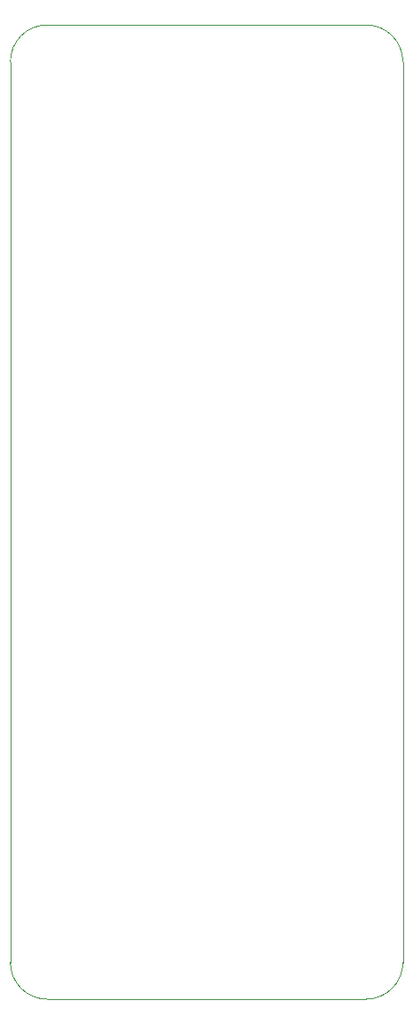
<source format=gbr>
%TF.GenerationSoftware,KiCad,Pcbnew,(6.0.7)*%
%TF.CreationDate,2022-10-07T06:43:15-07:00*%
%TF.ProjectId,phone-rounded,70686f6e-652d-4726-9f75-6e6465642e6b,rev?*%
%TF.SameCoordinates,Original*%
%TF.FileFunction,Profile,NP*%
%FSLAX46Y46*%
G04 Gerber Fmt 4.6, Leading zero omitted, Abs format (unit mm)*
G04 Created by KiCad (PCBNEW (6.0.7)) date 2022-10-07 06:43:15*
%MOMM*%
%LPD*%
G01*
G04 APERTURE LIST*
%TA.AperFunction,Profile*%
%ADD10C,0.100000*%
%TD*%
G04 APERTURE END LIST*
D10*
X144500000Y-147025126D02*
X144500000Y-61000000D01*
X106999974Y-147025126D02*
G75*
G03*
X110500000Y-150525126I3500026J26D01*
G01*
X110500000Y-150525126D02*
X141000000Y-150525126D01*
X107000000Y-61000000D02*
X107000000Y-147025126D01*
X141000000Y-150525100D02*
G75*
G03*
X144500000Y-147025126I0J3500000D01*
G01*
X110500000Y-57500000D02*
X141000000Y-57500000D01*
X144500000Y-61000000D02*
G75*
G03*
X141000000Y-57500000I-3500000J0D01*
G01*
X110500000Y-57500000D02*
G75*
G03*
X107000000Y-61000000I40J-3500040D01*
G01*
M02*

</source>
